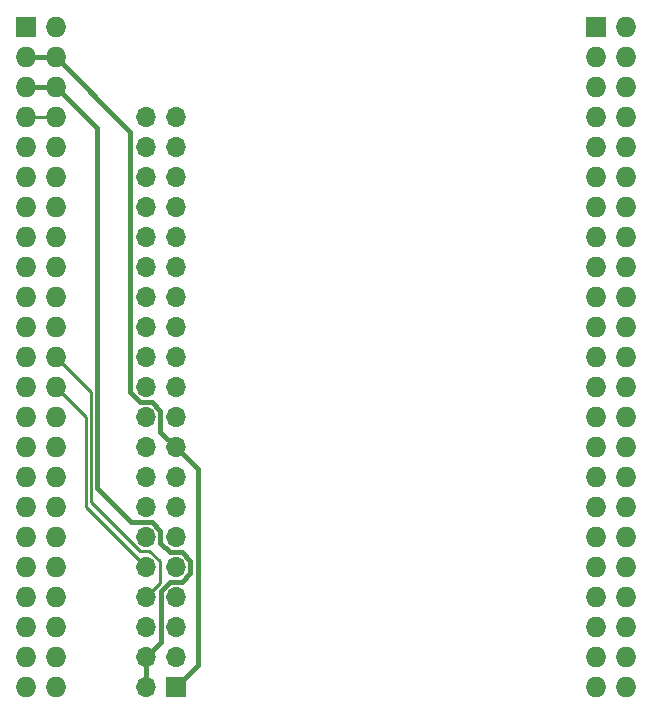
<source format=gtl>
%TF.GenerationSoftware,KiCad,Pcbnew,(6.0.4-0)*%
%TF.CreationDate,2022-03-20T16:54:32-07:00*%
%TF.ProjectId,Pi Adapter 3,50692041-6461-4707-9465-7220332e6b69,rev?*%
%TF.SameCoordinates,Original*%
%TF.FileFunction,Copper,L1,Top*%
%TF.FilePolarity,Positive*%
%FSLAX46Y46*%
G04 Gerber Fmt 4.6, Leading zero omitted, Abs format (unit mm)*
G04 Created by KiCad (PCBNEW (6.0.4-0)) date 2022-03-20 16:54:32*
%MOMM*%
%LPD*%
G01*
G04 APERTURE LIST*
%TA.AperFunction,ComponentPad*%
%ADD10R,1.727200X1.727200*%
%TD*%
%TA.AperFunction,ComponentPad*%
%ADD11O,1.727200X1.727200*%
%TD*%
%TA.AperFunction,ComponentPad*%
%ADD12R,1.700000X1.700000*%
%TD*%
%TA.AperFunction,ComponentPad*%
%ADD13O,1.700000X1.700000*%
%TD*%
%TA.AperFunction,Conductor*%
%ADD14C,0.400000*%
%TD*%
%TA.AperFunction,Conductor*%
%ADD15C,0.250000*%
%TD*%
G04 APERTURE END LIST*
D10*
%TO.P,P8,1,Pin_1*%
%TO.N,GNDD*%
X164630100Y-62382400D03*
D11*
%TO.P,P8,2,Pin_2*%
X167170100Y-62382400D03*
%TO.P,P8,3,Pin_3*%
%TO.N,unconnected-(P8-Pad3)*%
X164630100Y-64922400D03*
%TO.P,P8,4,Pin_4*%
%TO.N,unconnected-(P8-Pad4)*%
X167170100Y-64922400D03*
%TO.P,P8,5,Pin_5*%
%TO.N,unconnected-(P8-Pad5)*%
X164630100Y-67462400D03*
%TO.P,P8,6,Pin_6*%
%TO.N,unconnected-(P8-Pad6)*%
X167170100Y-67462400D03*
%TO.P,P8,7,Pin_7*%
%TO.N,unconnected-(P8-Pad7)*%
X164630100Y-70002400D03*
%TO.P,P8,8,Pin_8*%
%TO.N,unconnected-(P8-Pad8)*%
X167170100Y-70002400D03*
%TO.P,P8,9,Pin_9*%
%TO.N,unconnected-(P8-Pad9)*%
X164630100Y-72542400D03*
%TO.P,P8,10,Pin_10*%
%TO.N,unconnected-(P8-Pad10)*%
X167170100Y-72542400D03*
%TO.P,P8,11,Pin_11*%
%TO.N,unconnected-(P8-Pad11)*%
X164630100Y-75082400D03*
%TO.P,P8,12,Pin_12*%
%TO.N,unconnected-(P8-Pad12)*%
X167170100Y-75082400D03*
%TO.P,P8,13,Pin_13*%
%TO.N,unconnected-(P8-Pad13)*%
X164630100Y-77622400D03*
%TO.P,P8,14,Pin_14*%
%TO.N,unconnected-(P8-Pad14)*%
X167170100Y-77622400D03*
%TO.P,P8,15,Pin_15*%
%TO.N,unconnected-(P8-Pad15)*%
X164630100Y-80162400D03*
%TO.P,P8,16,Pin_16*%
%TO.N,unconnected-(P8-Pad16)*%
X167170100Y-80162400D03*
%TO.P,P8,17,Pin_17*%
%TO.N,unconnected-(P8-Pad17)*%
X164630100Y-82702400D03*
%TO.P,P8,18,Pin_18*%
%TO.N,unconnected-(P8-Pad18)*%
X167170100Y-82702400D03*
%TO.P,P8,19,Pin_19*%
%TO.N,unconnected-(P8-Pad19)*%
X164630100Y-85242400D03*
%TO.P,P8,20,Pin_20*%
%TO.N,unconnected-(P8-Pad20)*%
X167170100Y-85242400D03*
%TO.P,P8,21,Pin_21*%
%TO.N,unconnected-(P8-Pad21)*%
X164630100Y-87782400D03*
%TO.P,P8,22,Pin_22*%
%TO.N,unconnected-(P8-Pad22)*%
X167170100Y-87782400D03*
%TO.P,P8,23,Pin_23*%
%TO.N,unconnected-(P8-Pad23)*%
X164630100Y-90322400D03*
%TO.P,P8,24,Pin_24*%
%TO.N,unconnected-(P8-Pad24)*%
X167170100Y-90322400D03*
%TO.P,P8,25,Pin_25*%
%TO.N,unconnected-(P8-Pad25)*%
X164630100Y-92862400D03*
%TO.P,P8,26,Pin_26*%
%TO.N,unconnected-(P8-Pad26)*%
X167170100Y-92862400D03*
%TO.P,P8,27,Pin_27*%
%TO.N,unconnected-(P8-Pad27)*%
X164630100Y-95402400D03*
%TO.P,P8,28,Pin_28*%
%TO.N,unconnected-(P8-Pad28)*%
X167170100Y-95402400D03*
%TO.P,P8,29,Pin_29*%
%TO.N,unconnected-(P8-Pad29)*%
X164630100Y-97942400D03*
%TO.P,P8,30,Pin_30*%
%TO.N,unconnected-(P8-Pad30)*%
X167170100Y-97942400D03*
%TO.P,P8,31,Pin_31*%
%TO.N,unconnected-(P8-Pad31)*%
X164630100Y-100482400D03*
%TO.P,P8,32,Pin_32*%
%TO.N,unconnected-(P8-Pad32)*%
X167170100Y-100482400D03*
%TO.P,P8,33,Pin_33*%
%TO.N,unconnected-(P8-Pad33)*%
X164630100Y-103022400D03*
%TO.P,P8,34,Pin_34*%
%TO.N,unconnected-(P8-Pad34)*%
X167170100Y-103022400D03*
%TO.P,P8,35,Pin_35*%
%TO.N,unconnected-(P8-Pad35)*%
X164630100Y-105562400D03*
%TO.P,P8,36,Pin_36*%
%TO.N,unconnected-(P8-Pad36)*%
X167170100Y-105562400D03*
%TO.P,P8,37,Pin_37*%
%TO.N,unconnected-(P8-Pad37)*%
X164630100Y-108102400D03*
%TO.P,P8,38,Pin_38*%
%TO.N,unconnected-(P8-Pad38)*%
X167170100Y-108102400D03*
%TO.P,P8,39,Pin_39*%
%TO.N,unconnected-(P8-Pad39)*%
X164630100Y-110642400D03*
%TO.P,P8,40,Pin_40*%
%TO.N,unconnected-(P8-Pad40)*%
X167170100Y-110642400D03*
%TO.P,P8,41,Pin_41*%
%TO.N,unconnected-(P8-Pad41)*%
X164630100Y-113182400D03*
%TO.P,P8,42,Pin_42*%
%TO.N,unconnected-(P8-Pad42)*%
X167170100Y-113182400D03*
%TO.P,P8,43,Pin_43*%
%TO.N,unconnected-(P8-Pad43)*%
X164630100Y-115722400D03*
%TO.P,P8,44,Pin_44*%
%TO.N,unconnected-(P8-Pad44)*%
X167170100Y-115722400D03*
%TO.P,P8,45,Pin_45*%
%TO.N,unconnected-(P8-Pad45)*%
X164630100Y-118262400D03*
%TO.P,P8,46,Pin_46*%
%TO.N,unconnected-(P8-Pad46)*%
X167170100Y-118262400D03*
%TD*%
D10*
%TO.P,P9,1,Pin_1*%
%TO.N,GNDD*%
X116370100Y-62382400D03*
D11*
%TO.P,P9,2,Pin_2*%
X118910100Y-62382400D03*
%TO.P,P9,3,Pin_3*%
%TO.N,+3V3*%
X116370100Y-64922400D03*
%TO.P,P9,4,Pin_4*%
X118910100Y-64922400D03*
%TO.P,P9,5,Pin_5*%
%TO.N,+5V*%
X116370100Y-67462400D03*
%TO.P,P9,6,Pin_6*%
X118910100Y-67462400D03*
%TO.P,P9,7,Pin_7*%
%TO.N,SYS_5V*%
X116370100Y-70002400D03*
%TO.P,P9,8,Pin_8*%
X118910100Y-70002400D03*
%TO.P,P9,9,Pin_9*%
%TO.N,PWR_BUT*%
X116370100Y-72542400D03*
%TO.P,P9,10,Pin_10*%
%TO.N,SYS_RESETN*%
X118910100Y-72542400D03*
%TO.P,P9,11,Pin_11*%
%TO.N,unconnected-(P9-Pad11)*%
X116370100Y-75082400D03*
%TO.P,P9,12,Pin_12*%
%TO.N,unconnected-(P9-Pad12)*%
X118910100Y-75082400D03*
%TO.P,P9,13,Pin_13*%
%TO.N,unconnected-(P9-Pad13)*%
X116370100Y-77622400D03*
%TO.P,P9,14,Pin_14*%
%TO.N,unconnected-(P9-Pad14)*%
X118910100Y-77622400D03*
%TO.P,P9,15,Pin_15*%
%TO.N,unconnected-(P9-Pad15)*%
X116370100Y-80162400D03*
%TO.P,P9,16,Pin_16*%
%TO.N,unconnected-(P9-Pad16)*%
X118910100Y-80162400D03*
%TO.P,P9,17,Pin_17*%
%TO.N,unconnected-(P9-Pad17)*%
X116370100Y-82702400D03*
%TO.P,P9,18,Pin_18*%
%TO.N,unconnected-(P9-Pad18)*%
X118910100Y-82702400D03*
%TO.P,P9,19,Pin_19*%
%TO.N,unconnected-(P9-Pad19)*%
X116370100Y-85242400D03*
%TO.P,P9,20,Pin_20*%
%TO.N,unconnected-(P9-Pad20)*%
X118910100Y-85242400D03*
%TO.P,P9,21,Pin_21*%
%TO.N,unconnected-(P9-Pad21)*%
X116370100Y-87782400D03*
%TO.P,P9,22,Pin_22*%
%TO.N,unconnected-(P9-Pad22)*%
X118910100Y-87782400D03*
%TO.P,P9,23,Pin_23*%
%TO.N,unconnected-(P9-Pad23)*%
X116370100Y-90322400D03*
%TO.P,P9,24,Pin_24*%
%TO.N,/BB_UART1_TX*%
X118910100Y-90322400D03*
%TO.P,P9,25,Pin_25*%
%TO.N,unconnected-(P9-Pad25)*%
X116370100Y-92862400D03*
%TO.P,P9,26,Pin_26*%
%TO.N,/BB_UART1_RX*%
X118910100Y-92862400D03*
%TO.P,P9,27,Pin_27*%
%TO.N,unconnected-(P9-Pad27)*%
X116370100Y-95402400D03*
%TO.P,P9,28,Pin_28*%
%TO.N,unconnected-(P9-Pad28)*%
X118910100Y-95402400D03*
%TO.P,P9,29,Pin_29*%
%TO.N,unconnected-(P9-Pad29)*%
X116370100Y-97942400D03*
%TO.P,P9,30,Pin_30*%
%TO.N,unconnected-(P9-Pad30)*%
X118910100Y-97942400D03*
%TO.P,P9,31,Pin_31*%
%TO.N,unconnected-(P9-Pad31)*%
X116370100Y-100482400D03*
%TO.P,P9,32,Pin_32*%
%TO.N,VDD_ADC*%
X118910100Y-100482400D03*
%TO.P,P9,33,Pin_33*%
%TO.N,unconnected-(P9-Pad33)*%
X116370100Y-103022400D03*
%TO.P,P9,34,Pin_34*%
%TO.N,GNDA_ADC*%
X118910100Y-103022400D03*
%TO.P,P9,35,Pin_35*%
%TO.N,unconnected-(P9-Pad35)*%
X116370100Y-105562400D03*
%TO.P,P9,36,Pin_36*%
%TO.N,unconnected-(P9-Pad36)*%
X118910100Y-105562400D03*
%TO.P,P9,37,Pin_37*%
%TO.N,unconnected-(P9-Pad37)*%
X116370100Y-108102400D03*
%TO.P,P9,38,Pin_38*%
%TO.N,unconnected-(P9-Pad38)*%
X118910100Y-108102400D03*
%TO.P,P9,39,Pin_39*%
%TO.N,unconnected-(P9-Pad39)*%
X116370100Y-110642400D03*
%TO.P,P9,40,Pin_40*%
%TO.N,unconnected-(P9-Pad40)*%
X118910100Y-110642400D03*
%TO.P,P9,41,Pin_41*%
%TO.N,unconnected-(P9-Pad41)*%
X116370100Y-113182400D03*
%TO.P,P9,42,Pin_42*%
%TO.N,unconnected-(P9-Pad42)*%
X118910100Y-113182400D03*
%TO.P,P9,43,Pin_43*%
%TO.N,GNDD*%
X116370100Y-115722400D03*
%TO.P,P9,44,Pin_44*%
X118910100Y-115722400D03*
%TO.P,P9,45,Pin_45*%
X116370100Y-118262400D03*
%TO.P,P9,46,Pin_46*%
X118910100Y-118262400D03*
%TD*%
D12*
%TO.P,J1,1,3V3*%
%TO.N,+3V3*%
X129070100Y-118262400D03*
D13*
%TO.P,J1,2,5V*%
%TO.N,+5V*%
X126530100Y-118262400D03*
%TO.P,J1,3,SDA/GPIO2*%
%TO.N,unconnected-(J1-Pad3)*%
X129070100Y-115722400D03*
%TO.P,J1,4,5V*%
%TO.N,+5V*%
X126530100Y-115722400D03*
%TO.P,J1,5,SCL/GPIO3*%
%TO.N,unconnected-(J1-Pad5)*%
X129070100Y-113182400D03*
%TO.P,J1,6,GND*%
%TO.N,GNDD*%
X126530100Y-113182400D03*
%TO.P,J1,7,GCLK0/GPIO4*%
%TO.N,unconnected-(J1-Pad7)*%
X129070100Y-110642400D03*
%TO.P,J1,8,GPIO14/TXD*%
%TO.N,/BB_UART1_TX*%
X126530100Y-110642400D03*
%TO.P,J1,9,GND*%
%TO.N,GNDD*%
X129070100Y-108102400D03*
%TO.P,J1,10,GPIO15/RXD*%
%TO.N,/BB_UART1_RX*%
X126530100Y-108102400D03*
%TO.P,J1,11,GPIO17*%
%TO.N,unconnected-(J1-Pad11)*%
X129070100Y-105562400D03*
%TO.P,J1,12,GPIO18/PWM0*%
%TO.N,unconnected-(J1-Pad12)*%
X126530100Y-105562400D03*
%TO.P,J1,13,GPIO27*%
%TO.N,unconnected-(J1-Pad13)*%
X129070100Y-103022400D03*
%TO.P,J1,14,GND*%
%TO.N,GNDD*%
X126530100Y-103022400D03*
%TO.P,J1,15,GPIO22*%
%TO.N,unconnected-(J1-Pad15)*%
X129070100Y-100482400D03*
%TO.P,J1,16,GPIO23*%
%TO.N,unconnected-(J1-Pad16)*%
X126530100Y-100482400D03*
%TO.P,J1,17,3V3*%
%TO.N,+3V3*%
X129070100Y-97942400D03*
%TO.P,J1,18,GPIO24*%
%TO.N,unconnected-(J1-Pad18)*%
X126530100Y-97942400D03*
%TO.P,J1,19,MOSI0/GPIO10*%
%TO.N,unconnected-(J1-Pad19)*%
X129070100Y-95402400D03*
%TO.P,J1,20,GND*%
%TO.N,GNDD*%
X126530100Y-95402400D03*
%TO.P,J1,21,MISO0/GPIO9*%
%TO.N,unconnected-(J1-Pad21)*%
X129070100Y-92862400D03*
%TO.P,J1,22,GPIO25*%
%TO.N,unconnected-(J1-Pad22)*%
X126530100Y-92862400D03*
%TO.P,J1,23,SCLK0/GPIO11*%
%TO.N,unconnected-(J1-Pad23)*%
X129070100Y-90322400D03*
%TO.P,J1,24,~{CE0}/GPIO8*%
%TO.N,unconnected-(J1-Pad24)*%
X126530100Y-90322400D03*
%TO.P,J1,25,GND*%
%TO.N,GNDD*%
X129070100Y-87782400D03*
%TO.P,J1,26,~{CE1}/GPIO7*%
%TO.N,unconnected-(J1-Pad26)*%
X126530100Y-87782400D03*
%TO.P,J1,27,ID_SD/GPIO0*%
%TO.N,unconnected-(J1-Pad27)*%
X129070100Y-85242400D03*
%TO.P,J1,28,ID_SC/GPIO1*%
%TO.N,unconnected-(J1-Pad28)*%
X126530100Y-85242400D03*
%TO.P,J1,29,GCLK1/GPIO5*%
%TO.N,unconnected-(J1-Pad29)*%
X129070100Y-82702400D03*
%TO.P,J1,30,GND*%
%TO.N,GNDD*%
X126530100Y-82702400D03*
%TO.P,J1,31,GCLK2/GPIO6*%
%TO.N,unconnected-(J1-Pad31)*%
X129070100Y-80162400D03*
%TO.P,J1,32,PWM0/GPIO12*%
%TO.N,unconnected-(J1-Pad32)*%
X126530100Y-80162400D03*
%TO.P,J1,33,PWM1/GPIO13*%
%TO.N,unconnected-(J1-Pad33)*%
X129070100Y-77622400D03*
%TO.P,J1,34,GND*%
%TO.N,GNDD*%
X126530100Y-77622400D03*
%TO.P,J1,35,GPIO19/MISO1*%
%TO.N,unconnected-(J1-Pad35)*%
X129070100Y-75082400D03*
%TO.P,J1,36,GPIO16*%
%TO.N,unconnected-(J1-Pad36)*%
X126530100Y-75082400D03*
%TO.P,J1,37,GPIO26*%
%TO.N,unconnected-(J1-Pad37)*%
X129070100Y-72542400D03*
%TO.P,J1,38,GPIO20/MOSI1*%
%TO.N,unconnected-(J1-Pad38)*%
X126530100Y-72542400D03*
%TO.P,J1,39,GND*%
%TO.N,GNDD*%
X129070100Y-70002400D03*
%TO.P,J1,40,GPIO21/SCLK1*%
%TO.N,unconnected-(J1-Pad40)*%
X126530100Y-70002400D03*
%TD*%
D14*
%TO.N,+3V3*%
X130919131Y-99791431D02*
X130919131Y-116413369D01*
X127779611Y-94884835D02*
X127779611Y-96651911D01*
X130919131Y-116413369D02*
X129070100Y-118262400D01*
X125239611Y-93338987D02*
X126053513Y-94152889D01*
X118910100Y-64922400D02*
X125239611Y-71251911D01*
X127779611Y-96651911D02*
X129070100Y-97942400D01*
X116370100Y-64922400D02*
X118910100Y-64922400D01*
X129070100Y-97942400D02*
X130919131Y-99791431D01*
X126053513Y-94152889D02*
X127047665Y-94152889D01*
X125239611Y-71251911D02*
X125239611Y-93338987D01*
X127047665Y-94152889D02*
X127779611Y-94884835D01*
%TO.N,+5V*%
X130319611Y-108660943D02*
X129587665Y-109392889D01*
X116370100Y-67462400D02*
X118910100Y-67462400D01*
X127047665Y-104312889D02*
X127779611Y-105044835D01*
X118910100Y-67462400D02*
X122424140Y-70976440D01*
X127820589Y-114431911D02*
X126530100Y-115722400D01*
X125280589Y-104312889D02*
X127047665Y-104312889D01*
X129587665Y-106852889D02*
X130319611Y-107584835D01*
X127779611Y-105044835D02*
X127779611Y-106079965D01*
X127820589Y-110124835D02*
X127820589Y-114431911D01*
X128552535Y-109392889D02*
X127820589Y-110124835D01*
X127779611Y-106079965D02*
X128552535Y-106852889D01*
X122424140Y-70976440D02*
X122424140Y-101456440D01*
X122424140Y-101456440D02*
X125280589Y-104312889D01*
X128552535Y-106852889D02*
X129587665Y-106852889D01*
X129587665Y-109392889D02*
X128552535Y-109392889D01*
X126530100Y-115722400D02*
X126530100Y-118262400D01*
X130319611Y-107584835D02*
X130319611Y-108660943D01*
D15*
%TO.N,SYS_5V*%
X116370100Y-70002400D02*
X118910100Y-70002400D01*
%TO.N,/BB_UART1_TX*%
X127704611Y-109467889D02*
X126530100Y-110642400D01*
X121899620Y-102592930D02*
X126043601Y-106736911D01*
X126043601Y-106736911D02*
X126825621Y-106736911D01*
X126825621Y-106736911D02*
X127704611Y-107615901D01*
X121899620Y-93311920D02*
X121899620Y-102592930D01*
X118910100Y-90322400D02*
X121899620Y-93311920D01*
X127704611Y-107615901D02*
X127704611Y-109467889D01*
%TO.N,/BB_UART1_RX*%
X121450100Y-103022400D02*
X126530100Y-108102400D01*
X118910100Y-92862400D02*
X121450100Y-95402400D01*
X121450100Y-95402400D02*
X121450100Y-103022400D01*
%TD*%
M02*

</source>
